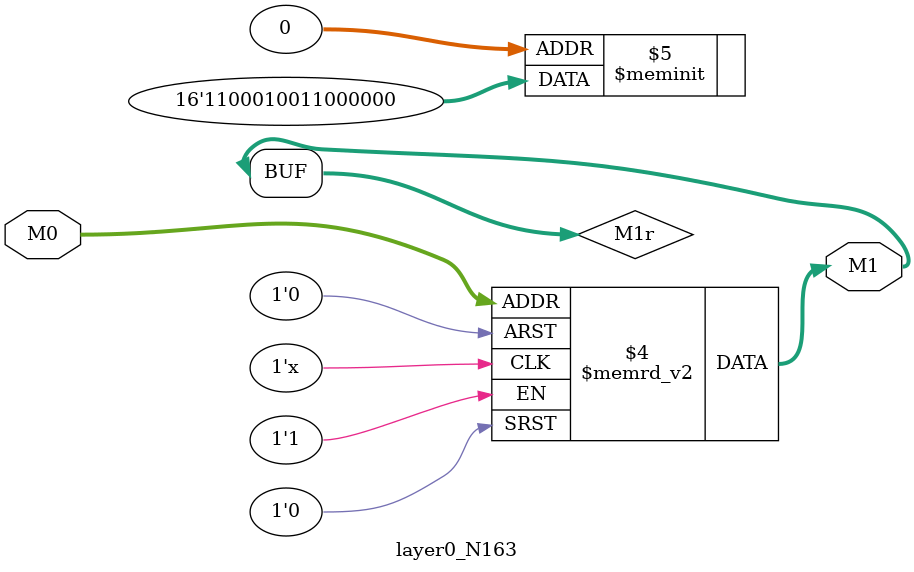
<source format=v>
module layer0_N163 ( input [2:0] M0, output [1:0] M1 );

	(*rom_style = "distributed" *) reg [1:0] M1r;
	assign M1 = M1r;
	always @ (M0) begin
		case (M0)
			3'b000: M1r = 2'b00;
			3'b100: M1r = 2'b00;
			3'b010: M1r = 2'b00;
			3'b110: M1r = 2'b00;
			3'b001: M1r = 2'b00;
			3'b101: M1r = 2'b01;
			3'b011: M1r = 2'b11;
			3'b111: M1r = 2'b11;

		endcase
	end
endmodule

</source>
